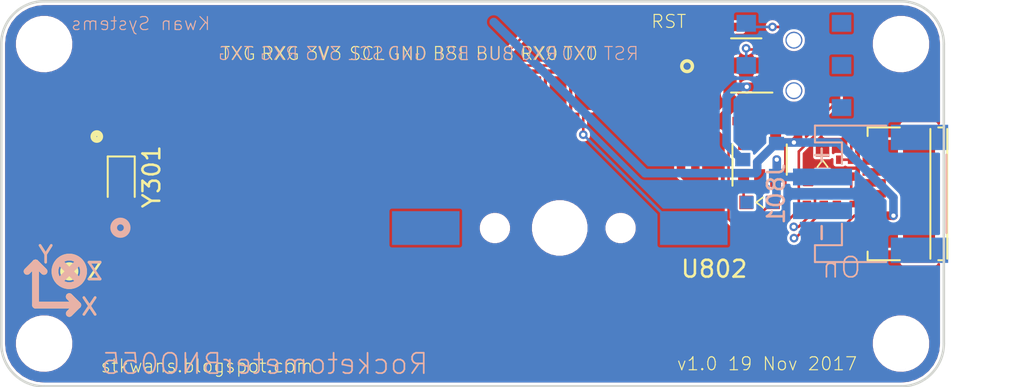
<source format=kicad_pcb>
(kicad_pcb (version 20170123) (host pcbnew no-vcs-found-84f1c8e~59~ubuntu17.04.1)
  (layers (0 Top signal) (31 Bottom signal) (34 B.Paste user hide) (35 F.Paste user hide) (36 B.SilkS user) (37 F.SilkS user) (38 B.Mask user hide) (39 F.Mask user hide) (44 Edge.Cuts user))
  (net 0 "")
  (net 1 GND)
  (net 2 VCC)
  (net 3 /Regulator/BYP)
  (net 4 /Regulator/PWR_EN)
  (net 5 /GND)
  (net 6 /VLIPO)
  (net 7 /STAT+)
  (net 8 /STAT-)
  (net 9 /PROG)
  (net 10 /VBUS)
  (net 11 /VRAW)
  (net 12 /D+)
  (net 13 /D-)
  (net 14 /USB_LIGHT-)
  (net 15 /CONN_D-)
  (net 16 /CONN_D+)
  (net 17 /CONNECT)
  (net 18 /USB_LIGHT+)
  (net 19 /ON)
  (net 20 /VBACKUP)
  (net 21 /VGPS)
  (net 22 /VCC)
  (net 23 /SDA)
  (net 24 /SCL)
  (net 25 /VS)
  (net 26 /INT)
  (net 27 /CAP)
  (net 28 /XOUT32)
  (net 29 /XIN32)
  (module KwanSystems:SPARKFUN_JST_POWER (layer Bottom) (at 178.562 90.17 270)
    (fp_text reference J801 (at 0 5.625 270) (layer B.SilkS) (effects (justify mirror)))
    (fp_text value "JST 2mm")
    (fp_text user - (at 2.3 3 270) (layer B.SilkS) (effects (justify mirror)))
    (fp_text user + (at -2.3 3 270) (layer B.SilkS) (effects (justify mirror)))
    (fp_line (start -1.775 1.725) (end -3.05 1.725) (layer B.SilkS) (width 0.12))
    (fp_line (start -3.05 1.725) (end -3.05 3.325) (layer B.SilkS) (width 0.12))
    (fp_line (start -3.05 3.325) (end -4.05 3.325) (layer B.SilkS) (width 0.12))
    (fp_line (start -4.05 3.325) (end -4.05 -0.9) (layer B.SilkS) (width 0.12))
    (fp_line (start 4.05 -0.9) (end 4.05 3.325) (layer B.SilkS) (width 0.12))
    (fp_line (start 4.05 3.325) (end 3.05 3.325) (layer B.SilkS) (width 0.12))
    (fp_line (start 3.05 3.325) (end 3.05 1.725) (layer B.SilkS) (width 0.12))
    (fp_line (start 3.05 1.725) (end 1.775 1.725) (layer B.SilkS) (width 0.12))
    (fp_line (start -2.325 -4.475) (end 2.325 -4.475) (layer B.SilkS) (width 0.12))
    (pad + smd rect (at -1 2.875 270) (size 1 3.5) (layers Bottom B.Paste B.Mask) (net 6 /VLIPO))
    (pad - smd rect (at 1 2.875 270) (size 1 3.5) (layers Bottom B.Paste B.Mask) (net 5 /GND))
    (pad "" smd rect (at -3.35 -2.875 270) (size 1.5 3.4) (layers Bottom B.Paste B.Mask))
    (pad "" smd rect (at 3.35 -2.875 270) (size 1.5 3.4) (layers Bottom B.Paste B.Mask))
  )
  (module KwanSystems:SWITCH_DPDT_AZY0202 (layer Bottom) (at 173.99 82.55 270)
    (fp_text reference S701 hide)
    (fp_text value SPDT hide)
    (pad "" np_thru_hole circle (at -1.5 0 270) (size 1 1) (drill 0.85) (layers *.Cu *.Mask))
    (pad 4 smd rect (at -2.5 -2.825 270) (size 1 1.15) (layers Bottom B.Paste B.Mask))
    (pad 5 smd rect (at 0 -2.825 270) (size 1 1.15) (layers Bottom B.Paste B.Mask))
    (pad 3 smd rect (at 2.5 2.825 270) (size 1 1.15) (layers Bottom B.Paste B.Mask) (net 1 GND))
    (pad 6 smd rect (at 2.5 -2.825 270) (size 1 1.15) (layers Bottom B.Paste B.Mask))
    (pad 2 smd rect (at 0 2.825 270) (size 1 1.15) (layers Bottom B.Paste B.Mask) (net 4 /Regulator/PWR_EN))
    (pad 1 smd rect (at -2.5 2.825 270) (size 1 1.15) (layers Bottom B.Paste B.Mask) (net 11 /VRAW))
    (pad "" np_thru_hole circle (at 1.5 0 270) (size 1 1) (drill 0.85) (layers *.Cu *.Mask))
  )
  (module STAND-OFF-TIGHT (layer Top) (at 129.54 99.06)
    (fp_text reference JP1 hide)
    (fp_text value STAND-OFFTIGHT hide)
    (pad "" np_thru_hole circle (at 0 0) (size 3.048 3.048) (drill 3.048) (layers *.Cu))
  )
  (module STAND-OFF-TIGHT (layer Top) (at 129.54 81.28)
    (fp_text reference JP2 hide)
    (fp_text value STAND-OFFTIGHT hide)
    (pad "" np_thru_hole circle (at 0 0) (size 3.048 3.048) (drill 3.048) (layers *.Cu))
  )
  (module STAND-OFF-TIGHT (layer Top) (at 180.34 99.06)
    (fp_text reference JP4 hide)
    (fp_text value STAND-OFFTIGHT hide)
    (pad "" np_thru_hole circle (at 0 0) (size 3.048 3.048) (drill 3.048) (layers *.Cu))
  )
  (module STAND-OFF-TIGHT (layer Top) (at 180.34 81.28)
    (fp_text reference JP5 hide)
    (fp_text value STAND-OFFTIGHT hide)
    (pad "" np_thru_hole circle (at 0 0) (size 3.048 3.048) (drill 3.048) (layers *.Cu))
  )
  (module KwanSystems:SMD_0402 (layer Top) (at 173.99 82.55 180)
    (fp_text reference C704)
    (fp_text value 1uF)
    (pad 2 smd rect (at 0.55 0 180) (size 0.6 0.5) (layers Top F.Paste F.Mask) (net 1 GND))
    (pad 1 smd rect (at -0.55 0 180) (size 0.6 0.5) (layers Top F.Paste F.Mask) (net 11 /VRAW))
  )
  (module KwanSystems:SMD_0402 (layer Top) (at 171.196 80.264)
    (fp_text reference C714)
    (fp_text value 100nF)
    (pad 2 smd rect (at 0.55 0) (size 0.6 0.5) (layers Top F.Paste F.Mask) (net 1 GND))
    (pad 1 smd rect (at -0.55 0) (size 0.6 0.5) (layers Top F.Paste F.Mask) (net 3 /Regulator/BYP))
  )
  (module KwanSystems:SMD_0402 (layer Top) (at 171.196 84.836)
    (fp_text reference C715)
    (fp_text value 4.7nF)
    (pad 2 smd rect (at 0.55 0) (size 0.6 0.5) (layers Top F.Paste F.Mask) (net 1 GND))
    (pad 1 smd rect (at -0.55 0) (size 0.6 0.5) (layers Top F.Paste F.Mask) (net 2 VCC))
  )
  (module TO_SOT_Packages_SMD:SOT-23-5 (layer Top) (at 171.165 82.55 180)
    (fp_text reference U701)
    (fp_text value 3.3V)
    (fp_line (start -0.9 1.61) (end 0.9 1.61) (layer F.SilkS) (width 0.12))
    (fp_line (start 0.9 -1.61) (end -1.55 -1.61) (layer F.SilkS) (width 0.12))
    (pad 1 smd rect (at -1.1 -0.95 180) (size 1.06 0.65) (layers Top F.Paste F.Mask) (net 11 /VRAW))
    (pad 2 smd rect (at -1.1 0 180) (size 1.06 0.65) (layers Top F.Paste F.Mask) (net 1 GND))
    (pad 3 smd rect (at -1.1 0.95 180) (size 1.06 0.65) (layers Top F.Paste F.Mask) (net 4 /Regulator/PWR_EN))
    (pad 4 smd rect (at 1.1 0.95 180) (size 1.06 0.65) (layers Top F.Paste F.Mask) (net 3 /Regulator/BYP))
    (pad 5 smd rect (at 1.1 -0.95 180) (size 1.06 0.65) (layers Top F.Paste F.Mask) (net 2 VCC))
  )
  (module KwanSystems:Axis (layer Top) (at 129.032 96.774)
    (fp_text reference U599 hide)
    (fp_text value FGPMMOPA6H hide)
    (fp_line (start -0.5 -2) (end 0 -2.5) (layer F.SilkS) (width 0.4))
    (fp_line (start 0 -2.5) (end 0.5 -2) (layer F.SilkS) (width 0.4))
    (fp_line (start 0.5 -2) (end 0 -2.5) (layer F.SilkS) (width 0.4))
    (fp_line (start 0 -2.5) (end 0 0) (layer F.SilkS) (width 0.4))
    (fp_line (start 0 0) (end 2.5 0) (layer F.SilkS) (width 0.4))
    (fp_line (start 2.5 0) (end 2 -0.5) (layer F.SilkS) (width 0.4))
    (fp_line (start 2 -0.5) (end 2.5 0) (layer F.SilkS) (width 0.4))
    (fp_line (start 2.5 0) (end 2 0.5) (layer F.SilkS) (width 0.4))
    (fp_text user Y (at 0.6 -3) (layer F.SilkS))
    (fp_text user X (at 3.2 0.1) (layer F.SilkS))
    (fp_circle (center 2 -2) (end 2.6 -1.4) (layer F.SilkS) (width 0.4))
    (fp_circle (center 2 -2) (end 2.1 -1.9) (layer F.SilkS) (width 0.4))
    (fp_text user Z (at 3.5 -2) (layer F.SilkS))
    (fp_line (start -0.5 -2) (end 0 -2.5) (layer B.SilkS) (width 0.4))
    (fp_line (start 0 -2.5) (end 0.5 -2) (layer B.SilkS) (width 0.4))
    (fp_line (start 0.5 -2) (end 0 -2.5) (layer B.SilkS) (width 0.4))
    (fp_line (start 0 -2.5) (end 0 0) (layer B.SilkS) (width 0.4))
    (fp_line (start 0 0) (end 2.5 0) (layer B.SilkS) (width 0.4))
    (fp_line (start 2.5 0) (end 2 -0.5) (layer B.SilkS) (width 0.4))
    (fp_line (start 2 -0.5) (end 2.5 0) (layer B.SilkS) (width 0.4))
    (fp_line (start 2.5 0) (end 2 0.5) (layer B.SilkS) (width 0.4))
    (fp_text user X (at 3.2 0.1) (layer B.SilkS) (effects (justify mirror)))
    (fp_text user Y (at 0.6 -3) (layer B.SilkS) (effects (justify mirror)))
    (fp_text user Z (at 3.5 -2) (layer B.SilkS) (effects (justify mirror)))
    (fp_circle (center 2 -2) (end 2.6 -1.4) (layer B.SilkS) (width 0.4))
    (fp_line (start 1.4 -2.6) (end 2.6 -1.4) (layer B.SilkS) (width 0.4))
    (fp_line (start 2.6 -2.6) (end 1.4 -1.4) (layer B.SilkS) (width 0.4))
  )
  (module KwanSystems:SMD_0603 (layer Top) (at 173.482 85.852 180)
    (fp_text reference C802)
    (fp_text value 4.7uF)
    (pad 1 smd rect (at -0.75 0 180) (size 0.8 0.75) (layers Top F.Paste F.Mask) (net 10 /VBUS))
    (pad 2 smd rect (at 0.75 0 180) (size 0.8 0.75) (layers Top F.Paste F.Mask) (net 5 /GND))
  )
  (module KwanSystems:SMD_0603 (layer Bottom) (at 171.958 90.678 180)
    (fp_text reference C803)
    (fp_text value 4.7uF)
    (pad 2 smd rect (at 0.75 0 180) (size 0.8 0.75) (layers Bottom B.Paste B.Mask) (net 5 /GND))
    (pad 1 smd rect (at -0.75 0 180) (size 0.8 0.75) (layers Bottom B.Paste B.Mask) (net 6 /VLIPO))
  )
  (module KwanSystems:D_0603 (layer Top) (at 171.958 90.678)
    (fp_text reference D801)
    (fp_text value YELLOW)
    (fp_line (start -0.2 0) (end 0.2 -0.3) (layer F.SilkS) (width 0.1))
    (fp_line (start 0.2 0.3) (end -0.2 0) (layer F.SilkS) (width 0.1))
    (pad 2 smd rect (at 0.8 0 180) (size 0.8 0.8) (layers Top F.Paste F.Mask) (net 7 /STAT+))
    (pad 1 smd rect (at -0.8 0 180) (size 0.8 0.8) (layers Top F.Paste F.Mask) (net 8 /STAT-))
  )
  (module KwanSystems:SOT-23 (layer Bottom) (at 171.958 88.138 180)
    (fp_text reference D802 hide)
    (fp_text value DCC)
    (pad 1 smd rect (at -1 0.95 180) (size 0.9 0.8) (layers Bottom B.Paste B.Mask) (net 10 /VBUS))
    (pad 2 smd rect (at -1 -0.95 180) (size 0.9 0.8) (layers Bottom B.Paste B.Mask) (net 6 /VLIPO))
    (pad 3 smd rect (at 1 0 180) (size 0.9 0.8) (layers Bottom B.Paste B.Mask) (net 11 /VRAW))
  )
  (module KwanSystems:SMD_0402 (layer Top) (at 171.196 85.852 180)
    (fp_text reference R801)
    (fp_text value 10k)
    (pad 1 smd rect (at -0.55 0 180) (size 0.6 0.5) (layers Top F.Paste F.Mask) (net 5 /GND))
    (pad 2 smd rect (at 0.55 0 180) (size 0.6 0.5) (layers Top F.Paste F.Mask) (net 9 /PROG))
  )
  (module KwanSystems:SMD_0402 (layer Top) (at 171.916 91.948 180)
    (fp_text reference R804)
    (fp_text value 1.5k)
    (pad 2 smd rect (at 0.55 0 180) (size 0.6 0.5) (layers Top F.Paste F.Mask) (net 7 /STAT+))
    (pad 1 smd rect (at -0.55 0 180) (size 0.6 0.5) (layers Top F.Paste F.Mask) (net 10 /VBUS))
  )
  (module TO_SOT_Packages_SMD:SOT-23-5 (layer Top) (at 171.958 88.138 90)
    (fp_text reference U801 hide)
    (fp_text value MCP73831)
    (fp_line (start 0.9 -1.61) (end -1.55 -1.61) (layer F.SilkS) (width 0.12))
    (fp_line (start -0.9 1.61) (end 0.9 1.61) (layer F.SilkS) (width 0.12))
    (pad 5 smd rect (at 1.1 -0.95 90) (size 1.06 0.65) (layers Top F.Paste F.Mask) (net 9 /PROG))
    (pad 4 smd rect (at 1.1 0.95 90) (size 1.06 0.65) (layers Top F.Paste F.Mask) (net 10 /VBUS))
    (pad 3 smd rect (at -1.1 0.95 90) (size 1.06 0.65) (layers Top F.Paste F.Mask) (net 6 /VLIPO))
    (pad 2 smd rect (at -1.1 0 90) (size 1.06 0.65) (layers Top F.Paste F.Mask) (net 5 /GND))
    (pad 1 smd rect (at -1.1 -0.95 90) (size 1.06 0.65) (layers Top F.Paste F.Mask) (net 8 /STAT-))
  )
  (module KwanSystems:R_Array_Convex_2x0402 (layer Top) (at 175.26 90.424 180)
    (fp_text reference C623)
    (fp_text value 22pF)
    (pad 4 smd rect (at 0.5 -0.35 180) (size 0.5 0.4) (layers Top F.Paste F.Mask) (net 5 /GND))
    (pad 3 smd rect (at 0.5 0.35 180) (size 0.5 0.4) (layers Top F.Paste F.Mask) (net 5 /GND))
    (pad 2 smd rect (at -0.5 0.35 180) (size 0.5 0.4) (layers Top F.Paste F.Mask) (net 12 /D+))
    (pad 1 smd rect (at -0.5 -0.35 180) (size 0.5 0.4) (layers Top F.Paste F.Mask) (net 13 /D-))
  )
  (module KwanSystems:D_0603 (layer Top) (at 175.687 88.37 270)
    (fp_text reference D650)
    (fp_text value BLUE)
    (fp_line (start -0.2 0) (end 0.2 -0.3) (layer F.SilkS) (width 0.1))
    (fp_line (start 0.2 0.3) (end -0.2 0) (layer F.SilkS) (width 0.1))
    (pad 2 smd rect (at 0.8 0 90) (size 0.8 0.8) (layers Top F.Paste F.Mask) (net 14 /USB_LIGHT-))
    (pad 1 smd rect (at -0.8 0 90) (size 0.8 0.8) (layers Top F.Paste F.Mask) (net 5 /GND))
  )
  (module KwanSystems:SOT-23 (layer Top) (at 177.292 85.344)
    (fp_text reference Q650 hide)
    (fp_text value PMOS)
    (pad 1 smd rect (at -1 -0.95) (size 0.9 0.8) (layers Top F.Paste F.Mask) (net 17 /CONNECT))
    (pad 2 smd rect (at -1 0.95) (size 0.9 0.8) (layers Top F.Paste F.Mask))
    (pad 3 smd rect (at 1 0) (size 0.9 0.8) (layers Top F.Paste F.Mask) (net 18 /USB_LIGHT+))
  )
  (module KwanSystems:SMD_0402 (layer Top) (at 177.292 93.218 270)
    (fp_text reference R611)
    (fp_text value 22k)
    (pad 2 smd rect (at 0.55 0 270) (size 0.6 0.5) (layers Top F.Paste F.Mask) (net 19 /ON))
    (pad 1 smd rect (at -0.55 0 270) (size 0.6 0.5) (layers Top F.Paste F.Mask) (net 5 /GND))
  )
  (module KwanSystems:R_Array_Convex_2x0402 (layer Top) (at 177.038 90.424)
    (fp_text reference R623)
    (fp_text value 33)
    (pad 1 smd rect (at -0.5 -0.35) (size 0.5 0.4) (layers Top F.Paste F.Mask) (net 12 /D+))
    (pad 2 smd rect (at -0.5 0.35) (size 0.5 0.4) (layers Top F.Paste F.Mask) (net 13 /D-))
    (pad 3 smd rect (at 0.5 0.35) (size 0.5 0.4) (layers Top F.Paste F.Mask) (net 15 /CONN_D-))
    (pad 4 smd rect (at 0.5 -0.35) (size 0.5 0.4) (layers Top F.Paste F.Mask) (net 16 /CONN_D+))
  )
  (module KwanSystems:R_Array_Convex_2x0402 (layer Top) (at 177.038 88.646 270)
    (fp_text reference R650)
    (fp_text value 1.5k)
    (pad 4 smd rect (at 0.5 -0.35 270) (size 0.5 0.4) (layers Top F.Paste F.Mask) (net 16 /CONN_D+))
    (pad 3 smd rect (at 0.5 0.35 270) (size 0.5 0.4) (layers Top F.Paste F.Mask) (net 14 /USB_LIGHT-))
    (pad 2 smd rect (at -0.5 0.35 270) (size 0.5 0.4) (layers Top F.Paste F.Mask) (net 18 /USB_LIGHT+))
    (pad 1 smd rect (at -0.5 -0.35 270) (size 0.5 0.4) (layers Top F.Paste F.Mask) (net 18 /USB_LIGHT+))
  )
  (module KwanSystems:R_Array_Convex_2x0402 (layer Top) (at 176.022 93.218 90)
    (fp_text reference R651)
    (fp_text value 10k)
    (pad 1 smd rect (at -0.5 -0.35 90) (size 0.5 0.4) (layers Top F.Paste F.Mask) (net 2 VCC))
    (pad 2 smd rect (at -0.5 0.35 90) (size 0.5 0.4) (layers Top F.Paste F.Mask) (net 19 /ON))
    (pad 3 smd rect (at 0.5 0.35 90) (size 0.5 0.4) (layers Top F.Paste F.Mask) (net 10 /VBUS))
    (pad 4 smd rect (at 0.5 -0.35 90) (size 0.5 0.4) (layers Top F.Paste F.Mask) (net 17 /CONNECT))
  )
  (module KwanSystems:USB_Micro-B_Molex_47346-0001 (layer Top) (at 182.88 90.17 180)
    (fp_text reference J601)
    (fp_text value USB_MICROB)
    (fp_line (start 4.52 3.94) (end 4.52 3.43) (layer F.SilkS) (width 0.12))
    (fp_line (start 0.33 3.94) (end 0.07 3.94) (layer F.SilkS) (width 0.12))
    (fp_line (start 4.52 3.94) (end 2.61 3.94) (layer F.SilkS) (width 0.12))
    (fp_line (start 4.52 -3.94) (end 4.52 -3.43) (layer F.SilkS) (width 0.12))
    (fp_line (start 2.61 -3.94) (end 4.52 -3.94) (layer F.SilkS) (width 0.12))
    (fp_line (start 0.07 -3.94) (end 0.33 -3.94) (layer F.SilkS) (width 0.12))
    (fp_line (start 0.8 -3.85) (end 0.8 3.85) (layer F.SilkS) (width 0.12))
    (fp_line (start -0.2 -3.85) (end -0.2 3.85) (layer F.SilkS) (width 0.12))
    (pad 1 smd rect (at 4.13 -1.3 180) (size 1.38 0.45) (layers Top F.Paste F.Mask) (net 10 /VBUS))
    (pad 2 smd rect (at 4.13 -0.65 180) (size 1.38 0.45) (layers Top F.Paste F.Mask) (net 15 /CONN_D-))
    (pad 3 smd rect (at 4.13 0 180) (size 1.38 0.45) (layers Top F.Paste F.Mask) (net 16 /CONN_D+))
    (pad 4 smd rect (at 4.13 0.65 180) (size 1.38 0.45) (layers Top F.Paste F.Mask))
    (pad 5 smd rect (at 4.13 1.3 180) (size 1.38 0.45) (layers Top F.Paste F.Mask) (net 5 /GND))
    (pad 6 smd rect (at 3.77 -2.4625 180) (size 2.1 1.475) (layers Top F.Paste F.Mask) (net 5 /GND))
    (pad 6 smd rect (at 3.77 2.4625 180) (size 2.1 1.475) (layers Top F.Paste F.Mask) (net 5 /GND))
    (pad 6 smd rect (at 1.47 -2.91 180) (size 1.9 2.375) (layers Top F.Paste F.Mask) (net 5 /GND))
    (pad 6 smd rect (at 1.47 2.91 180) (size 1.9 2.375) (layers Top F.Paste F.Mask) (net 5 /GND))
    (pad 6 smd rect (at 1.47 -0.84 180) (size 1.9 1.175) (layers Top F.Paste F.Mask) (net 5 /GND))
    (pad 6 smd rect (at 1.47 0.84 180) (size 1.9 1.175) (layers Top F.Paste F.Mask) (net 5 /GND))
  )
  (module KwanSystems:CR1220-2 (layer Bottom) (at 159.766 92.202)
    (fp_text reference B504)
    (fp_text value Coin_Cell)
    (pad "" np_thru_hole circle (at 3.95 0) (size 1.5 1.5) (drill 1.5) (layers *.Cu))
    (pad "" np_thru_hole circle (at -3.5 0) (size 1.5 1.5) (drill 1.5) (layers *.Cu))
    (pad - smd rect (at -7.6 0) (size 4 2) (layers Bottom B.Paste B.Mask) (net 5 /GND))
    (pad + smd rect (at 8.29 0) (size 4 2) (layers Bottom B.Paste B.Mask) (net 20 /VBACKUP))
  )
  (module KwanSystems:SMD_0402 (layer Top) (at 168.148 87.884 90)
    (fp_text reference C501)
    (fp_text value 100nF)
    (pad 2 smd rect (at 0.55 0 90) (size 0.6 0.5) (layers Top F.Paste F.Mask) (net 21 /VGPS))
    (pad 1 smd rect (at -0.55 0 90) (size 0.6 0.5) (layers Top F.Paste F.Mask) (net 5 /GND))
  )
  (module KwanSystems:SMD_1206 (layer Top) (at 168.656 90.932 90)
    (fp_text reference C503 hide)
    (fp_text value 10uF)
    (pad 2 smd rect (at 1.45 0 90) (size 0.9 1.7) (layers Top F.Paste F.Mask) (net 21 /VGPS))
    (pad 1 smd rect (at -1.45 0 90) (size 0.9 1.7) (layers Top F.Paste F.Mask) (net 5 /GND))
  )
  (module KwanSystems:SMD_0805 (layer Top) (at 168.402 85.09 90)
    (fp_text reference L501)
    (fp_text value Ferrite)
    (pad 1 smd rect (at -1 0 90) (size 1 1.25) (layers Top F.Paste F.Mask) (net 2 VCC))
    (pad 2 smd rect (at 1 0 90) (size 1 1.25) (layers Top F.Paste F.Mask) (net 21 /VGPS))
  )
  (module KwanSystems:FGPMMOPA6H (layer Top) (at 159.258 91.694 270)
    (fp_text reference U501 hide)
    (fp_text value FGPMMOPA6H hide)
    (fp_circle (center -9.1 -8.4) (end -8.7838 -8.4) (layer F.SilkS) (width 0.2032))
    (pad "" np_thru_hole circle (at 0.5 -0.85 270) (size 3 3) (drill 3) (layers *.Cu))
    (pad 20 smd rect (at 7.5 -6.75 90) (size 2 1) (layers Top F.Paste F.Mask))
    (pad 19 smd rect (at 7.5 -5.25 90) (size 2 1) (layers Top F.Paste F.Mask) (net 5 /GND))
    (pad 18 smd rect (at 7.5 -3.75 90) (size 2 1) (layers Top F.Paste F.Mask))
    (pad 17 smd rect (at 7.5 -2.25 90) (size 2 1) (layers Top F.Paste F.Mask))
    (pad 16 smd rect (at 7.5 -0.75 90) (size 2 1) (layers Top F.Paste F.Mask))
    (pad 15 smd rect (at 7.5 0.75 90) (size 2 1) (layers Top F.Paste F.Mask))
    (pad 14 smd rect (at 7.5 2.25 90) (size 2 1) (layers Top F.Paste F.Mask))
    (pad 13 smd rect (at 7.5 3.75 90) (size 2 1) (layers Top F.Paste F.Mask))
    (pad 12 smd rect (at 7.5 5.25 90) (size 2 1) (layers Top F.Paste F.Mask) (net 5 /GND))
    (pad 11 smd rect (at 7.5 6.75 90) (size 2 1) (layers Top F.Paste F.Mask))
    (pad 10 smd rect (at -7.5 6.75 270) (size 2 1) (layers Top F.Paste F.Mask))
    (pad 9 smd rect (at -7.5 5.25 270) (size 2 1) (layers Top F.Paste F.Mask))
    (pad 8 smd rect (at -7.5 3.75 270) (size 2 1) (layers Top F.Paste F.Mask) (net 5 /GND))
    (pad 7 smd rect (at -7.5 2.25 270) (size 2 1) (layers Top F.Paste F.Mask))
    (pad 6 smd rect (at -7.5 0.75 270) (size 2 1) (layers Top F.Paste F.Mask))
    (pad 5 smd rect (at -7.5 -0.75 270) (size 2 1) (layers Top F.Paste F.Mask))
    (pad 4 smd rect (at -7.5 -2.25 270) (size 2 1) (layers Top F.Paste F.Mask) (net 20 /VBACKUP))
    (pad 3 smd rect (at -7.5 -3.75 270) (size 2 1) (layers Top F.Paste F.Mask) (net 5 /GND))
    (pad 2 smd rect (at -7.5 -5.25 270) (size 2 1) (layers Top F.Paste F.Mask))
    (pad 1 smd rect (at -7.5 -6.75 270) (size 2 1) (layers Top F.Paste F.Mask) (net 21 /VGPS))
  )
  (module KwanSystems:SMD_0603 (layer Top) (at 172.212 96.774 180)
    (fp_text reference C806)
    (fp_text value 100nF)
    (pad 1 smd rect (at -0.75 0 180) (size 0.8 0.75) (layers Top F.Paste F.Mask) (net 5 /GND))
    (pad 2 smd rect (at 0.75 0 180) (size 0.8 0.75) (layers Top F.Paste F.Mask) (net 22 /VCC))
  )
  (module KwanSystems:SMD_0603 (layer Top) (at 172.212 98.298 180)
    (fp_text reference C808)
    (fp_text value 100nF)
    (pad 2 smd rect (at 0.75 0 180) (size 0.8 0.75) (layers Top F.Paste F.Mask) (net 22 /VCC))
    (pad 1 smd rect (at -0.75 0 180) (size 0.8 0.75) (layers Top F.Paste F.Mask) (net 5 /GND))
  )
  (module KwanSystems:BME280 (layer Top) (at 169.214022 97.130144 180)
    (fp_text reference U802 (at -0.05 2.5 180) (layer F.SilkS))
    (fp_text value BME280)
    (pad 2 smd rect (at 1.025 -0.325 180) (size 0.5 0.35) (layers Top F.Paste F.Mask) (net 22 /VCC))
    (pad 8 smd rect (at -1.025 -0.975 180) (size 0.5 0.35) (layers Top F.Paste F.Mask) (net 22 /VCC))
    (pad 3 smd rect (at 1.025 0.325 180) (size 0.5 0.35) (layers Top F.Paste F.Mask) (net 23 /SDA))
    (pad 1 smd rect (at 1.025 -0.975 180) (size 0.5 0.35) (layers Top F.Paste F.Mask) (net 5 /GND))
    (pad 4 smd rect (at 1.025 0.975 180) (size 0.5 0.35) (layers Top F.Paste F.Mask) (net 24 /SCL))
    (pad 5 smd rect (at -1.025 0.975 180) (size 0.5 0.35) (layers Top F.Paste F.Mask) (net 5 /GND))
    (pad 7 smd rect (at -1.025 -0.325 180) (size 0.5 0.35) (layers Top F.Paste F.Mask) (net 5 /GND))
    (pad 6 smd rect (at -1.025 0.325 180) (size 0.5 0.35) (layers Top F.Paste F.Mask) (net 22 /VCC))
  )
  (module KwanSystems:SMD_0402 (layer Bottom) (at 132.842 92.71 180)
    (fp_text reference C401)
    (fp_text value 100nF)
    (pad 2 smd rect (at 0.55 0 180) (size 0.6 0.5) (layers Bottom B.Paste B.Mask) (net 5 /GND))
    (pad 1 smd rect (at -0.55 0 180) (size 0.6 0.5) (layers Bottom B.Paste B.Mask) (net 22 /VCC))
  )
  (module KwanSystems:SMD_0402 (layer Bottom) (at 129.286 92.71)
    (fp_text reference C405)
    (fp_text value 100nF)
    (pad 1 smd rect (at -0.55 0) (size 0.6 0.5) (layers Bottom B.Paste B.Mask) (net 25 /VS))
    (pad 2 smd rect (at 0.55 0) (size 0.6 0.5) (layers Bottom B.Paste B.Mask) (net 5 /GND))
  )
  (module KwanSystems:SMD_0402 (layer Bottom) (at 129.286 93.726)
    (fp_text reference C406)
    (fp_text value 1uF)
    (pad 2 smd rect (at 0.55 0) (size 0.6 0.5) (layers Bottom B.Paste B.Mask) (net 5 /GND))
    (pad 1 smd rect (at -0.55 0) (size 0.6 0.5) (layers Bottom B.Paste B.Mask) (net 25 /VS))
  )
  (module KwanSystems:SMD_0402 (layer Bottom) (at 129.286 94.742 180)
    (fp_text reference R406)
    (fp_text value 100)
    (pad 1 smd rect (at -0.55 0 180) (size 0.6 0.5) (layers Bottom B.Paste B.Mask) (net 22 /VCC))
    (pad 2 smd rect (at 0.55 0 180) (size 0.6 0.5) (layers Bottom B.Paste B.Mask) (net 25 /VS))
  )
  (module KwanSystems:ADXL375 (layer Bottom) (at 131.064 90.182873)
    (fp_text reference U401)
    (fp_text value ADXL375)
    (fp_circle (center 3 2) (end 3 1.6) (layer B.SilkS) (width 0.4))
    (pad 13 smd rect (at 2 -1.0975 90) (size 1.145 0.55) (layers Bottom B.Paste B.Mask) (net 23 /SDA))
    (pad 12 smd rect (at 1.2 -1.0975 90) (size 1.145 0.55) (layers Bottom B.Paste B.Mask) (net 5 /GND))
    (pad 10 smd rect (at -0.4 -1.0975 90) (size 1.145 0.55) (layers Bottom B.Paste B.Mask))
    (pad 11 smd rect (at 0.4 -1.0975 90) (size 1.145 0.55) (layers Bottom B.Paste B.Mask))
    (pad 9 smd rect (at -1.2 -1.0975 90) (size 1.145 0.55) (layers Bottom B.Paste B.Mask))
    (pad 8 smd rect (at -2 -1.0975 90) (size 1.145 0.55) (layers Bottom B.Paste B.Mask) (net 26 /INT))
    (pad 1 smd rect (at 2 1.0975 90) (size 1.145 0.55) (layers Bottom B.Paste B.Mask) (net 22 /VCC))
    (pad 2 smd rect (at 1.2 1.0975 90) (size 1.145 0.55) (layers Bottom B.Paste B.Mask) (net 5 /GND))
    (pad 3 smd rect (at 0.4 1.0975 90) (size 1.145 0.55) (layers Bottom B.Paste B.Mask))
    (pad 4 smd rect (at -0.4 1.0975 90) (size 1.145 0.55) (layers Bottom B.Paste B.Mask) (net 5 /GND))
    (pad 5 smd rect (at -1.2 1.0975 90) (size 1.145 0.55) (layers Bottom B.Paste B.Mask) (net 5 /GND))
    (pad 6 smd rect (at -2 1.0975 90) (size 1.145 0.55) (layers Bottom B.Paste B.Mask) (net 25 /VS))
    (pad 7 smd rect (at -2.0975 0) (size 1.145 0.55) (layers Bottom B.Paste B.Mask) (net 22 /VCC))
    (pad 14 smd rect (at 2.0975 0) (size 1.145 0.55) (layers Bottom B.Paste B.Mask) (net 24 /SCL))
  )
  (module KwanSystems:SMD_0402 (layer Top) (at 132.08 86.868 180)
    (fp_text reference C303)
    (fp_text value 0.1uF)
    (pad 2 smd rect (at 0.55 0 180) (size 0.6 0.5) (layers Top F.Paste F.Mask) (net 22 /VCC))
    (pad 1 smd rect (at -0.55 0 180) (size 0.6 0.5) (layers Top F.Paste F.Mask) (net 1 GND))
  )
  (module KwanSystems:SMD_0402 (layer Top) (at 130.048 86.868 180)
    (fp_text reference C309)
    (fp_text value 0.1uF)
    (pad 1 smd rect (at -0.55 0 180) (size 0.6 0.5) (layers Top F.Paste F.Mask) (net 1 GND))
    (pad 2 smd rect (at 0.55 0 180) (size 0.6 0.5) (layers Top F.Paste F.Mask) (net 27 /CAP))
  )
  (module KwanSystems:BNO055 (layer Top) (at 131.064 90.17)
    (fp_text reference U301)
    (fp_text value BNO085)
    (fp_circle (center 1.6 -3.4) (end 1.6 -3.2) (layer F.SilkS) (width 0.35))
    (pad 1 smd rect (at 1.5625 -2.25 270) (size 0.25 0.475) (layers Top F.Paste F.Mask))
    (pad 2 smd rect (at 0.75 -2.3125 270) (size 0.375 0.25) (layers Top F.Paste F.Mask) (net 1 GND))
    (pad 3 smd rect (at 0.25 -2.3125 270) (size 0.375 0.25) (layers Top F.Paste F.Mask) (net 22 /VCC))
    (pad 4 smd rect (at -0.25 -2.3125 270) (size 0.375 0.25) (layers Top F.Paste F.Mask) (net 22 /VCC))
    (pad 5 smd rect (at -0.75 -2.3125 270) (size 0.375 0.25) (layers Top F.Paste F.Mask))
    (pad 6 smd rect (at -1.5625 -2.25 270) (size 0.25 0.475) (layers Top F.Paste F.Mask))
    (pad 7 smd rect (at -1.5625 -1.75 270) (size 0.25 0.475) (layers Top F.Paste F.Mask))
    (pad 8 smd rect (at -1.5625 -1.25 270) (size 0.25 0.475) (layers Top F.Paste F.Mask))
    (pad 9 smd rect (at -1.5625 -0.75 270) (size 0.25 0.475) (layers Top F.Paste F.Mask) (net 27 /CAP))
    (pad 10 smd rect (at -1.5625 -0.25 270) (size 0.25 0.475) (layers Top F.Paste F.Mask) (net 1 GND))
    (pad 11 smd rect (at -1.5625 0.25 270) (size 0.25 0.475) (layers Top F.Paste F.Mask))
    (pad 12 smd rect (at -1.5625 0.75 270) (size 0.25 0.475) (layers Top F.Paste F.Mask))
    (pad 13 smd rect (at -1.5625 1.25 270) (size 0.25 0.475) (layers Top F.Paste F.Mask))
    (pad 14 smd rect (at -1.5625 1.75 270) (size 0.25 0.475) (layers Top F.Paste F.Mask) (net 26 /INT))
    (pad 15 smd rect (at -1.5625 2.25 270) (size 0.25 0.475) (layers Top F.Paste F.Mask) (net 1 GND))
    (pad 16 smd rect (at -0.75 2.3125 270) (size 0.375 0.25) (layers Top F.Paste F.Mask) (net 1 GND))
    (pad 17 smd rect (at -0.25 2.3125 270) (size 0.375 0.25) (layers Top F.Paste F.Mask))
    (pad 18 smd rect (at 0.25 2.3125 270) (size 0.375 0.25) (layers Top F.Paste F.Mask) (net 1 GND))
    (pad 19 smd rect (at 0.75 2.3125 270) (size 0.375 0.25) (layers Top F.Paste F.Mask) (net 24 /SCL))
    (pad 20 smd rect (at 1.5625 2.25 270) (size 0.25 0.475) (layers Top F.Paste F.Mask) (net 23 /SDA))
    (pad 21 smd rect (at 1.5625 1.75 270) (size 0.25 0.475) (layers Top F.Paste F.Mask))
    (pad 22 smd rect (at 1.5625 1.25 270) (size 0.25 0.475) (layers Top F.Paste F.Mask))
    (pad 23 smd rect (at 1.5625 0.75 270) (size 0.25 0.475) (layers Top F.Paste F.Mask))
    (pad 24 smd rect (at 1.5625 0.25 270) (size 0.25 0.475) (layers Top F.Paste F.Mask))
    (pad 25 smd rect (at 1.5625 -0.25 270) (size 0.25 0.475) (layers Top F.Paste F.Mask) (net 1 GND))
    (pad 26 smd rect (at 1.5625 -0.75 270) (size 0.25 0.475) (layers Top F.Paste F.Mask) (net 28 /XOUT32))
    (pad 27 smd rect (at 1.5625 -1.25 270) (size 0.25 0.475) (layers Top F.Paste F.Mask) (net 29 /XIN32))
    (pad 28 smd rect (at 1.5625 -1.75 270) (size 0.25 0.475) (layers Top F.Paste F.Mask) (net 22 /VCC))
  )
  (module Crystals:Crystal_SMD_2012-2pin_2.0x1.2mm (layer Top) (at 134.112 89.154 270)
    (fp_text reference Y301 (at 0 -1.8 270) (layer F.SilkS))
    (fp_text value 32kiHz)
    (fp_line (start -1.2 0.8) (end 1.2 0.8) (layer F.SilkS) (width 0.12))
    (fp_line (start -1.2 -0.8) (end -1.2 0.8) (layer F.SilkS) (width 0.12))
    (fp_line (start 1.2 -0.8) (end -1.2 -0.8) (layer F.SilkS) (width 0.12))
    (pad 2 smd rect (at 0.7 0 270) (size 0.6 1.1) (layers Top F.Paste F.Mask) (net 28 /XOUT32))
    (pad 1 smd rect (at -0.7 0 270) (size 0.6 1.1) (layers Top F.Paste F.Mask) (net 29 /XIN32))
  )
  (module KwanSystems:R_Array_Convex_2x0402 (layer Top) (at 136.144 89.154)
    (fp_text reference C326)
    (fp_text value 22pF)
    (pad 4 smd rect (at 0.5 -0.35) (size 0.5 0.4) (layers Top F.Paste F.Mask) (net 1 GND))
    (pad 3 smd rect (at 0.5 0.35) (size 0.5 0.4) (layers Top F.Paste F.Mask) (net 1 GND))
    (pad 2 smd rect (at -0.5 0.35) (size 0.5 0.4) (layers Top F.Paste F.Mask) (net 28 /XOUT32))
    (pad 1 smd rect (at -0.5 -0.35) (size 0.5 0.4) (layers Top F.Paste F.Mask) (net 29 /XIN32))
  )
  (gr_text RST (at 164.846 82.296) (layer B.SilkS) (effects (font (size 0.77216 0.77216) (thickness 0.065024)) (justify left bottom mirror)))
  (gr_text TX0 (at 162.306 82.296) (layer B.SilkS) (effects (font (size 0.77216 0.77216) (thickness 0.065024)) (justify left bottom mirror)))
  (gr_text RX0 (at 160.02 82.296) (layer B.SilkS) (effects (font (size 0.77216 0.77216) (thickness 0.065024)) (justify left bottom mirror)))
  (gr_text BUS (at 157.48 82.296) (layer B.SilkS) (effects (font (size 0.77216 0.77216) (thickness 0.065024)) (justify left bottom mirror)))
  (gr_text BSL (at 154.813 82.296) (layer B.SilkS) (effects (font (size 0.77216 0.77216) (thickness 0.065024)) (justify left bottom mirror)))
  (gr_text GND (at 152.273 82.296) (layer B.SilkS) (effects (font (size 0.77216 0.77216) (thickness 0.065024)) (justify left bottom mirror)))
  (gr_text SCL (at 149.733 82.296) (layer B.SilkS) (effects (font (size 0.77216 0.77216) (thickness 0.065024)) (justify left bottom mirror)))
  (gr_text 3V3 (at 147.193 82.296) (layer B.SilkS) (effects (font (size 0.77216 0.77216) (thickness 0.065024)) (justify left bottom mirror)))
  (gr_text RXG (at 144.653 82.296) (layer B.SilkS) (effects (font (size 0.77216 0.77216) (thickness 0.065024)) (justify left bottom mirror)))
  (gr_text TXG (at 141.986 82.296) (layer B.SilkS) (effects (font (size 0.77216 0.77216) (thickness 0.065024)) (justify left bottom mirror)))
  (gr_text TXG (at 139.954 82.296) (layer F.SilkS) (effects (font (size 0.77216 0.77216) (thickness 0.065024)) (justify left bottom)))
  (gr_text RXG (at 142.367 82.296) (layer F.SilkS) (effects (font (size 0.77216 0.77216) (thickness 0.065024)) (justify left bottom)))
  (gr_text RST (at 165.481 80.391) (layer F.SilkS) (effects (font (size 0.77216 0.77216) (thickness 0.065024)) (justify left bottom)))
  (gr_text TX0 (at 160.274 82.296) (layer F.SilkS) (effects (font (size 0.77216 0.77216) (thickness 0.065024)) (justify left bottom)))
  (gr_line (start 129.54 78.74) (end 180.34 78.74) (layer Edge.Cuts) (width 0.15))
  (gr_line (start 182.88 81.28) (end 182.88 99.06) (layer Edge.Cuts) (width 0.15))
  (gr_arc (start 180.34 99.06) (end 182.88 99.06) (angle 90) (layer Edge.Cuts) (width 0.15))
  (gr_line (start 180.34 101.6) (end 129.54 101.6) (layer Edge.Cuts) (width 0.15))
  (gr_arc (start 129.54 99.06) (end 129.54 101.6) (angle 90) (layer Edge.Cuts) (width 0.15))
  (gr_line (start 127 99.06) (end 127 81.28) (layer Edge.Cuts) (width 0.15))
  (gr_arc (start 129.54 81.28) (end 127 81.28) (angle 90) (layer Edge.Cuts) (width 0.15))
  (gr_text On (at 178.054 95.25) (layer B.SilkS) (effects (font (size 1.2065 1.2065) (thickness 0.1016)) (justify left bottom mirror)))
  (gr_text BSL (at 152.527 82.296) (layer F.SilkS) (effects (font (size 0.77216 0.77216) (thickness 0.065024)) (justify left bottom)))
  (gr_text RX0 (at 157.734 82.296) (layer F.SilkS) (effects (font (size 0.77216 0.77216) (thickness 0.065024)) (justify left bottom)))
  (gr_text GND (at 149.86 82.296) (layer F.SilkS) (effects (font (size 0.77216 0.77216) (thickness 0.065024)) (justify left bottom)))
  (gr_text RocketometerBNO055 (at 152.4 100.965) (layer B.SilkS) (effects (font (size 1.2065 1.2065) (thickness 0.1016)) (justify left bottom mirror)))
  (gr_text "v1.0 19 Nov 2017" (at 167.005 100.711) (layer F.SilkS) (effects (font (size 0.77216 0.77216) (thickness 0.065024)) (justify left bottom)))
  (gr_text "Kwan Systems" (at 139.446 80.518) (layer B.SilkS) (effects (font (size 0.77216 0.77216) (thickness 0.065024)) (justify left bottom mirror)))
  (gr_text stkwans.blogspot.com (at 132.842 100.838) (layer F.SilkS) (effects (font (size 0.77216 0.77216) (thickness 0.065024)) (justify left bottom)))
  (gr_text SCL (at 147.574 82.296) (layer F.SilkS) (effects (font (size 0.77216 0.77216) (thickness 0.065024)) (justify left bottom)))
  (gr_text BUS (at 155.067 82.296) (layer F.SilkS) (effects (font (size 0.77216 0.77216) (thickness 0.065024)) (justify left bottom)))
  (gr_text 3V3 (at 145.034 82.296) (layer F.SilkS) (effects (font (size 0.77216 0.77216) (thickness 0.065024)) (justify left bottom)))
  (gr_arc (start 180.34 81.28) (end 180.34 78.74) (angle 90) (layer Edge.Cuts) (width 0.15))
  (segment (start 169.535 86.09) (end 170.117399 86.672399) (width 0.1524) (layer Top) (net 2))
  (segment (start 170.117399 86.672399) (end 170.117399 91.660881) (width 0.1524) (layer Top) (net 2))
  (segment (start 169.541853 85.817864) (end 169.541853 86.083147) (width 0.508) (layer Top) (net 2))
  (segment (start 169.541853 86.083147) (end 169.535 86.09) (width 0.508) (layer Top) (net 2))
  (segment (start 169.535 86.09) (end 168.402 86.09) (width 0.508) (layer Top) (net 2))
  (segment (start 170.523717 84.836) (end 169.541853 85.817864) (width 0.508) (layer Top) (net 2))
  (segment (start 170.646 84.836) (end 170.523717 84.836) (width 0.508) (layer Top) (net 2))
  (segment (start 170.646 84.836) (end 170.596 84.836) (width 0.1524) (layer Top) (net 2))
  (segment (start 172.226842 93.770324) (end 175.352041 93.770324) (width 0.1524) (layer Top) (net 2))
  (segment (start 175.352647 93.77093) (end 175.61907 93.77093) (width 0.1524) (layer Top) (net 2))
  (segment (start 170.117399 91.660881) (end 172.226842 93.770324) (width 0.1524) (layer Top) (net 2))
  (segment (start 175.352041 93.770324) (end 175.352647 93.77093) (width 0.1524) (layer Top) (net 2))
  (segment (start 175.61907 93.77093) (end 175.672 93.718) (width 0.1524) (layer Top) (net 2))
  (segment (start 170.065 83.5) (end 170.065 84.255) (width 0.508) (layer Top) (net 2))
  (segment (start 170.065 84.255) (end 170.646 84.836) (width 0.508) (layer Top) (net 2))
  (segment (start 165.165094 88.944401) (end 156.196563 79.97587) (width 0.508) (layer Bottom) (net 10))
  (segment (start 172.958 87.188) (end 172.908 87.188) (width 0.508) (layer Bottom) (net 10))
  (segment (start 172.908 87.188) (end 171.814401 88.281599) (width 0.508) (layer Bottom) (net 10))
  (segment (start 171.814401 88.281599) (end 171.814401 88.863121) (width 0.508) (layer Bottom) (net 10))
  (segment (start 171.814401 88.863121) (end 171.733121 88.944401) (width 0.508) (layer Bottom) (net 10))
  (segment (start 171.733121 88.944401) (end 165.165094 88.944401) (width 0.508) (layer Bottom) (net 10))
  (segment (start 179.891491 91.465778) (end 179.891491 90.392969) (width 0.508) (layer Bottom) (net 10))
  (segment (start 179.891491 90.392969) (end 176.620522 87.122) (width 0.508) (layer Bottom) (net 10))
  (segment (start 178.75 91.47) (end 179.887269 91.47) (width 0.508) (layer Top) (net 10))
  (segment (start 179.887269 91.47) (end 179.891491 91.465778) (width 0.508) (layer Top) (net 10))
  (via (at 179.891491 91.465778) (size 0.508) (drill 0.254) (layers Top Bottom) (net 10))
  (segment (start 178.75 91.47) (end 177.57 91.47) (width 0.1524) (layer Top) (net 10))
  (segment (start 177.57 91.47) (end 176.372 92.668) (width 0.1524) (layer Top) (net 10))
  (segment (start 176.372 92.668) (end 176.372 92.718) (width 0.1524) (layer Top) (net 10))
  (segment (start 176.620522 87.122) (end 174.34921 87.122) (width 0.508) (layer Bottom) (net 10))
  (segment (start 174.34921 87.122) (end 173.99 87.122) (width 0.508) (layer Bottom) (net 10))
  (segment (start 172.466 91.948) (end 172.9184 91.948) (width 0.1524) (layer Top) (net 10))
  (segment (start 172.9184 91.948) (end 173.482 91.3844) (width 0.1524) (layer Top) (net 10))
  (segment (start 173.482 91.3844) (end 173.482 87.122) (width 0.1524) (layer Top) (net 10))
  (segment (start 174.54 82.55) (end 174.54 82.1476) (width 0.1524) (layer Top) (net 11))
  (segment (start 174.54 82.1476) (end 174.718601 81.968999) (width 0.1524) (layer Top) (net 11))
  (segment (start 174.718601 81.968999) (end 174.718601 80.700271) (width 0.1524) (layer Top) (net 11))
  (segment (start 174.718601 80.700271) (end 174.28233 80.264) (width 0.1524) (layer Top) (net 11))
  (segment (start 174.28233 80.264) (end 173.07921 80.264) (width 0.1524) (layer Top) (net 11))
  (segment (start 173.07921 80.264) (end 172.72 80.264) (width 0.1524) (layer Top) (net 11))
  (segment (start 172.265 83.5) (end 172.265 83.666474) (width 0.508) (layer Top) (net 11))
  (segment (start 174.54 83.308) (end 174.54 82.55) (width 0.508) (layer Top) (net 11))
  (segment (start 172.265 83.666474) (end 173.554927 84.956401) (width 0.508) (layer Top) (net 11))
  (segment (start 173.554927 84.956401) (end 174.425073 84.956401) (width 0.508) (layer Top) (net 11))
  (segment (start 174.896401 83.664401) (end 174.54 83.308) (width 0.508) (layer Top) (net 11))
  (segment (start 174.425073 84.956401) (end 174.896401 84.485073) (width 0.508) (layer Top) (net 11))
  (segment (start 174.896401 84.485073) (end 174.896401 83.664401) (width 0.508) (layer Top) (net 11))
  (segment (start 171.196 83.82) (end 170.588478 83.82) (width 0.508) (layer Bottom) (net 11))
  (segment (start 170.588478 83.82) (end 170 84.408478) (width 0.508) (layer Bottom) (net 11))
  (segment (start 170 84.408478) (end 170 87.23) (width 0.508) (layer Bottom) (net 11))
  (segment (start 170 87.23) (end 170.908 88.138) (width 0.508) (layer Bottom) (net 11))
  (segment (start 170.908 88.138) (end 170.958 88.138) (width 0.508) (layer Bottom) (net 11))
  (segment (start 171.196 83.82) (end 171.945 83.82) (width 0.508) (layer Top) (net 11))
  (segment (start 171.945 83.82) (end 172.265 83.5) (width 0.508) (layer Top) (net 11))
  (via (at 171.196 83.82) (size 0.508) (drill 0.254) (layers Top Bottom) (net 11))
  (segment (start 173.99 87.122) (end 173.482 87.122) (width 0.508) (layer Top) (net 10))
  (segment (start 173.482 87.122) (end 172.992 87.122) (width 0.508) (layer Top) (net 10))
  (segment (start 174.232 85.852) (end 174.232 86.88) (width 0.508) (layer Top) (net 10))
  (segment (start 174.232 86.88) (end 173.99 87.122) (width 0.508) (layer Top) (net 10))
  (segment (start 172.908 87.243) (end 172.908 87.038) (width 0.508) (layer Top) (net 10))
  (segment (start 173.99 87.122) (end 173.024 87.122) (width 0.508) (layer Bottom) (net 10))
  (segment (start 173.024 87.122) (end 172.958 87.188) (width 0.508) (layer Bottom) (net 10))
  (segment (start 172.992 87.122) (end 172.908 87.038) (width 0.508) (layer Top) (net 10))
  (segment (start 172.993576 87.123576) (end 172.908 87.038) (width 0.508) (layer Top) (net 10))
  (via (at 173.99 87.122) (size 0.508) (drill 0.254) (layers Top Bottom) (net 10))
  (segment (start 172.72 80.264) (end 171.379 80.264) (width 0.1524) (layer Bottom) (net 11))
  (segment (start 171.379 80.264) (end 171.165 80.05) (width 0.1524) (layer Bottom) (net 11))
  (via (at 172.72 80.264) (size 0.508) (drill 0.254) (layers Top Bottom) (net 11))
  (segment (start 170.065 81.6) (end 170.065 80.795) (width 0.1524) (layer Top) (net 3))
  (segment (start 170.065 80.795) (end 170.596 80.264) (width 0.1524) (layer Top) (net 3))
  (segment (start 170.596 80.264) (end 170.646 80.264) (width 0.1524) (layer Top) (net 3))
  (segment (start 172.265 81.6) (end 171.222013 81.6) (width 0.1524) (layer Top) (net 4))
  (segment (start 171.222013 81.6) (end 171.156013 81.534) (width 0.1524) (layer Top) (net 4))
  (segment (start 171.165 82.55) (end 171.165 81.542987) (width 0.1524) (layer Bottom) (net 4))
  (segment (start 171.165 81.542987) (end 171.156013 81.534) (width 0.1524) (layer Bottom) (net 4))
  (via (at 171.156013 81.534) (size 0.508) (drill 0.254) (layers Top Bottom) (net 4))
  (segment (start 171.958 88.921518) (end 171.958 89.238) (width 0.1524) (layer Top) (net 5))
  (segment (start 172.708 90.678) (end 172.683 90.678) (width 0.508) (layer Bottom) (net 6))
  (segment (start 172.958 89.088) (end 172.958 90.428) (width 0.508) (layer Bottom) (net 6))
  (segment (start 172.958 90.428) (end 172.708 90.678) (width 0.508) (layer Bottom) (net 6))
  (segment (start 172.758 90.678) (end 172.686 90.678) (width 0.1524) (layer Top) (net 7))
  (segment (start 172.686 90.678) (end 171.416 91.948) (width 0.1524) (layer Top) (net 7))
  (segment (start 171.416 91.948) (end 171.366 91.948) (width 0.1524) (layer Top) (net 7))
  (segment (start 172.908 90.478) (end 172.708 90.678) (width 0.508) (layer Top) (net 7))
  (segment (start 172.974 88.138) (end 172.974 89.172) (width 0.508) (layer Top) (net 6))
  (segment (start 172.974 89.172) (end 172.908 89.238) (width 0.508) (layer Top) (net 6))
  (segment (start 172.974 88.138) (end 172.974 89.072) (width 0.508) (layer Bottom) (net 6))
  (segment (start 172.974 89.072) (end 172.958 89.088) (width 0.508) (layer Bottom) (net 6))
  (via (at 172.974 88.138) (size 0.508) (drill 0.254) (layers Top Bottom) (net 6))
  (segment (start 175.687 89.17) (end 173.04 89.17) (width 0.508) (layer Bottom) (net 6))
  (segment (start 173.04 89.17) (end 172.958 89.088) (width 0.508) (layer Bottom) (net 6))
  (segment (start 171.008 89.238) (end 171.008 90.528) (width 0.1524) (layer Top) (net 8))
  (segment (start 171.008 90.528) (end 171.158 90.678) (width 0.1524) (layer Top) (net 8))
  (segment (start 171.008 89.443) (end 171.008 89.238) (width 0.1524) (layer Top) (net 8))
  (segment (start 171.008 87.038) (end 171.008 86.214) (width 0.1524) (layer Top) (net 9))
  (segment (start 171.008 86.214) (end 170.646 85.852) (width 0.1524) (layer Top) (net 9))
  (segment (start 175.76 90.074) (end 175.3576 90.074) (width 0.1524) (layer Top) (net 12))
  (segment (start 175.3576 90.074) (end 175.239534 90.192066) (width 0.1524) (layer Top) (net 12))
  (segment (start 175.239534 90.192066) (end 175.239534 91.155948) (width 0.1524) (layer Top) (net 12))
  (segment (start 174.267781 92.127701) (end 173.979832 92.127701) (width 0.1524) (layer Top) (net 12))
  (segment (start 175.239534 91.155948) (end 174.267781 92.127701) (width 0.1524) (layer Top) (net 12))
  (via (at 173.979832 92.127701) (size 0.508) (drill 0.254) (layers Top Bottom) (net 12))
  (segment (start 175.76 90.074) (end 175.71 90.074) (width 0.1524) (layer Top) (net 12))
  (segment (start 175.76 90.074) (end 176.538 90.074) (width 0.1524) (layer Top) (net 12))
  (segment (start 175.76 90.774) (end 175.76 91.1264) (width 0.1524) (layer Top) (net 13))
  (segment (start 175.76 91.1264) (end 174.085781 92.800619) (width 0.1524) (layer Top) (net 13))
  (segment (start 174.085781 92.800619) (end 173.995512 92.800619) (width 0.1524) (layer Top) (net 13))
  (via (at 173.995512 92.800619) (size 0.508) (drill 0.254) (layers Top Bottom) (net 13))
  (segment (start 175.76 90.774) (end 176.538 90.774) (width 0.1524) (layer Top) (net 13))
  (segment (start 176.688 89.146) (end 175.711 89.146) (width 0.1524) (layer Top) (net 14))
  (segment (start 175.711 89.146) (end 175.687 89.17) (width 0.1524) (layer Top) (net 14))
  (segment (start 177.538 90.774) (end 178.704 90.774) (width 0.1524) (layer Top) (net 15))
  (segment (start 178.704 90.774) (end 178.75 90.82) (width 0.1524) (layer Top) (net 15))
  (segment (start 177.388 89.146) (end 177.388 89.924) (width 0.1524) (layer Top) (net 16))
  (segment (start 177.388 89.924) (end 177.538 90.074) (width 0.1524) (layer Top) (net 16))
  (segment (start 177.538 90.074) (end 178.654 90.074) (width 0.1524) (layer Top) (net 16))
  (segment (start 178.654 90.074) (end 178.75 90.17) (width 0.1524) (layer Top) (net 16))
  (segment (start 173.429272 93.091843) (end 173.429272 91.964009) (width 0.1524) (layer Top) (net 17))
  (segment (start 173.429272 91.964009) (end 174.281399 91.111882) (width 0.1524) (layer Top) (net 17))
  (segment (start 173.777595 93.440166) (end 173.429272 93.091843) (width 0.1524) (layer Top) (net 17))
  (segment (start 174.597434 93.440166) (end 173.777595 93.440166) (width 0.1524) (layer Top) (net 17))
  (segment (start 175.672 92.718) (end 175.3196 92.718) (width 0.1524) (layer Top) (net 17))
  (segment (start 175.3196 92.718) (end 174.597434 93.440166) (width 0.1524) (layer Top) (net 17))
  (segment (start 176.292 84.9464) (end 176.292 84.394) (width 0.1524) (layer Top) (net 17))
  (segment (start 175.613399 85.625001) (end 176.292 84.9464) (width 0.1524) (layer Top) (net 17))
  (segment (start 175.613399 86.326595) (end 175.613399 85.625001) (width 0.1524) (layer Top) (net 17))
  (segment (start 174.281399 87.658595) (end 175.613399 86.326595) (width 0.1524) (layer Top) (net 17))
  (segment (start 174.281399 91.111882) (end 174.281399 87.658595) (width 0.1524) (layer Top) (net 17))
  (segment (start 177.388 88.146) (end 177.388 86.198) (width 0.1524) (layer Top) (net 18))
  (segment (start 177.388 86.198) (end 178.242 85.344) (width 0.1524) (layer Top) (net 18))
  (segment (start 178.242 85.344) (end 178.292 85.344) (width 0.1524) (layer Top) (net 18))
  (segment (start 176.688 88.146) (end 177.388 88.146) (width 0.1524) (layer Top) (net 18))
  (segment (start 176.372 93.718) (end 177.242 93.718) (width 0.1524) (layer Top) (net 19))
  (segment (start 177.242 93.718) (end 177.292 93.768) (width 0.1524) (layer Top) (net 19))
  (segment (start 161.501683 86.661062) (end 161.501683 84.200317) (width 0.1524) (layer Top) (net 20))
  (segment (start 161.501683 84.200317) (end 161.508 84.194) (width 0.1524) (layer Top) (net 20))
  (segment (start 168.056 92.202) (end 167.056 92.202) (width 0.1524) (layer Bottom) (net 20))
  (via (at 161.501683 86.661062) (size 0.508) (drill 0.254) (layers Top Bottom) (net 20))
  (segment (start 167.056 92.202) (end 161.515062 86.661062) (width 0.1524) (layer Bottom) (net 20))
  (segment (start 161.515062 86.661062) (end 161.501683 86.661062) (width 0.1524) (layer Bottom) (net 20))
  (segment (start 168.656 89.482) (end 167.914478 89.482) (width 0.508) (layer Top) (net 21))
  (segment (start 167.914478 89.482) (end 167.298 88.865522) (width 0.508) (layer Top) (net 21))
  (segment (start 167.298 88.865522) (end 167.298 87.45) (width 0.508) (layer Top) (net 21))
  (segment (start 167.298 87.45) (end 166.716 86.868) (width 0.508) (layer Top) (net 21))
  (segment (start 166.716 86.868) (end 166.008 86.16) (width 0.508) (layer Top) (net 21))
  (segment (start 168.148 87.334) (end 167.39 87.334) (width 0.508) (layer Top) (net 21))
  (segment (start 166.008 86.16) (end 166.008 85.702) (width 0.508) (layer Top) (net 21))
  (segment (start 166.008 85.702) (end 166.008 84.194) (width 0.508) (layer Top) (net 21))
  (segment (start 168.402 84.09) (end 166.112 84.09) (width 0.508) (layer Top) (net 21))
  (segment (start 166.112 84.09) (end 166.008 84.194) (width 0.508) (layer Top) (net 21))
  (segment (start 156.708668 82.05493) (end 158.792852 79.970746) (width 0.1524) (layer Top) (net 0))
  (segment (start 153.49467 82.05493) (end 156.708668 82.05493) (width 0.1524) (layer Top) (net 0))
  (segment (start 152.508 84.194) (end 152.508 83.0416) (width 0.1524) (layer Top) (net 0))
  (segment (start 152.508 83.0416) (end 153.49467 82.05493) (width 0.1524) (layer Top) (net 0))
  (segment (start 161.29979 82.555199) (end 161.29979 80.032391) (width 0.1524) (layer Top) (net 0))
  (segment (start 154.494401 82.555199) (end 161.29979 82.555199) (width 0.1524) (layer Top) (net 0))
  (segment (start 154.008 84.194) (end 154.008 83.0416) (width 0.1524) (layer Top) (net 0))
  (segment (start 154.008 83.0416) (end 154.494401 82.555199) (width 0.1524) (layer Top) (net 0))
  (segment (start 129.836 94.742) (end 131.7624 94.742) (width 0.1524) (layer Bottom) (net 22))
  (segment (start 131.7624 94.742) (end 133.392 93.1124) (width 0.1524) (layer Bottom) (net 22))
  (segment (start 133.392 93.1124) (end 133.392 92.71) (width 0.1524) (layer Bottom) (net 22))
  (segment (start 132.953029 91.280373) (end 132.953029 92.394873) (width 0.1524) (layer Bottom) (net 22))
  (segment (start 132.953029 92.394873) (end 133.281029 92.722873) (width 0.1524) (layer Bottom) (net 22))
  (segment (start 170.239022 96.805144) (end 171.430856 96.805144) (width 0.1524) (layer Top) (net 22))
  (segment (start 171.430856 96.805144) (end 171.462 96.774) (width 0.1524) (layer Top) (net 22))
  (segment (start 171.462 98.298) (end 170.431878 98.298) (width 0.1524) (layer Top) (net 22))
  (segment (start 170.431878 98.298) (end 170.239022 98.105144) (width 0.1524) (layer Top) (net 22))
  (segment (start 170.239022 96.805144) (end 169.836622 96.805144) (width 0.1524) (layer Top) (net 22))
  (segment (start 169.836622 96.805144) (end 169.186622 97.455144) (width 0.1524) (layer Top) (net 22))
  (segment (start 169.186622 97.455144) (end 168.591422 97.455144) (width 0.1524) (layer Top) (net 22))
  (segment (start 168.591422 97.455144) (end 168.189022 97.455144) (width 0.1524) (layer Top) (net 22))
  (segment (start 128.953029 91.280373) (end 128.953029 92.492971) (width 0.1524) (layer Bottom) (net 25))
  (segment (start 128.953029 92.492971) (end 128.736 92.71) (width 0.1524) (layer Bottom) (net 25))
  (segment (start 128.625029 93.738873) (end 128.625029 94.754873) (width 0.1524) (layer Bottom) (net 25))
  (segment (start 128.625029 92.722873) (end 128.625029 93.738873) (width 0.1524) (layer Bottom) (net 25))
  (segment (start 134.112 89.854) (end 135.294 89.854) (width 0.1524) (layer Top) (net 28))
  (segment (start 135.294 89.854) (end 135.644 89.504) (width 0.1524) (layer Top) (net 28))
  (segment (start 133.419165 89.42) (end 133.853165 89.854) (width 0.1524) (layer Top) (net 28))
  (segment (start 133.853165 89.854) (end 134.112 89.854) (width 0.1524) (layer Top) (net 28))
  (segment (start 132.6265 89.42) (end 133.419165 89.42) (width 0.1524) (layer Top) (net 28))
  (segment (start 134.112 88.454) (end 135.294 88.454) (width 0.1524) (layer Top) (net 29))
  (segment (start 135.294 88.454) (end 135.644 88.804) (width 0.1524) (layer Top) (net 29))
  (segment (start 132.6265 88.92) (end 133.396 88.92) (width 0.1524) (layer Top) (net 29))
  (segment (start 133.396 88.92) (end 133.862 88.454) (width 0.1524) (layer Top) (net 29))
  (segment (start 133.862 88.454) (end 134.112 88.454) (width 0.1524) (layer Top) (net 29))
  (zone (net 1) (net_name GND) (layer Bottom) (priority 6) (connect_pads yes (clearance 0.1524)) (min_thickness 0.1524) (fill yes (arc_segments 32) (thermal_gap 0) (thermal_bridge_width 0))
    (polygon (pts (xy 182.88 78.74) (xy 182.88 101.6) (xy 127 101.6) (xy 127 78.74)))
  )
  (zone (net 1) (net_name GND) (layer Top) (priority 6) (connect_pads yes (clearance 0.1524)) (min_thickness 0.1524) (fill yes (arc_segments 32) (thermal_gap 0) (thermal_bridge_width 0))
    (polygon (pts (xy 182.88 78.74) (xy 182.88 101.6) (xy 127 101.6) (xy 127 78.74)))
  )
)
</source>
